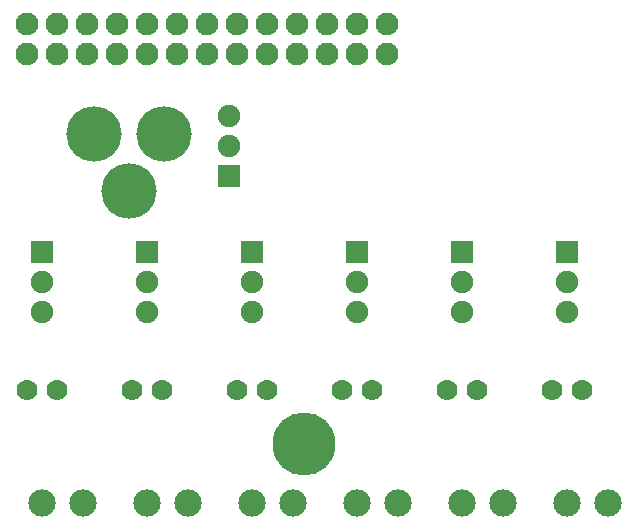
<source format=gbs>
*
*
G04 PADS 9.4.1 Build Number: 494907 generated Gerber (RS-274-X) file*
G04 PC Version=2.1*
*
%IN "PiLightControl.pcb"*%
*
%MOIN*%
*
%FSLAX35Y35*%
*
*
*
*
G04 PC Standard Apertures*
*
*
G04 Thermal Relief Aperture macro.*
%AMTER*
1,1,$1,0,0*
1,0,$1-$2,0,0*
21,0,$3,$4,0,0,45*
21,0,$3,$4,0,0,135*
%
*
*
G04 Annular Aperture macro.*
%AMANN*
1,1,$1,0,0*
1,0,$2,0,0*
%
*
*
G04 Odd Aperture macro.*
%AMODD*
1,1,$1,0,0*
1,0,$1-0.005,0,0*
%
*
*
G04 PC Custom Aperture Macros*
*
*
*
*
*
*
G04 PC Aperture Table*
*
%ADD010C,0.001*%
%ADD027R,0.075X0.075*%
%ADD028C,0.075*%
%ADD029C,0.07*%
%ADD030C,0.185*%
%ADD031C,0.091*%
%ADD032C,0.21*%
%ADD035C,0.076*%
*
*
*
*
G04 PC Circuitry*
G04 Layer Name PiLightControl.pcb - circuitry*
%LPD*%
*
*
G04 PC Custom Flashes*
G04 Layer Name PiLightControl.pcb - flashes*
%LPD*%
*
*
G04 PC Circuitry*
G04 Layer Name PiLightControl.pcb - circuitry*
%LPD*%
*
G54D10*
G54D27*
G01X148000Y235000D03*
X183000D03*
X218000D03*
X253000D03*
X288000D03*
X113000D03*
X175300Y260300D03*
G54D28*
X148000Y225000D03*
Y215000D03*
X183000Y225000D03*
Y215000D03*
X218000Y225000D03*
Y215000D03*
X253000Y225000D03*
Y215000D03*
X288000Y225000D03*
Y215000D03*
X113000Y225000D03*
Y215000D03*
X175300Y270300D03*
Y280300D03*
G54D29*
X153100Y189000D03*
X143100D03*
X188100D03*
X178100D03*
X223100D03*
X213100D03*
X258100D03*
X248100D03*
X293100D03*
X283100D03*
X118100D03*
X108100D03*
G54D30*
X153800Y274100D03*
X130200D03*
X142000Y255200D03*
G54D31*
X148000Y151300D03*
X161800D03*
X183000D03*
X196800D03*
X218000D03*
X231800D03*
X253000D03*
X266800D03*
X288000D03*
X301800D03*
X113000D03*
X126800D03*
G54D32*
X200394Y170866D03*
G54D35*
X107874Y300787D03*
Y310787D03*
X117874Y300787D03*
Y310787D03*
X127874Y300787D03*
Y310787D03*
X137874Y300787D03*
Y310787D03*
X147874Y300787D03*
Y310787D03*
X157874Y300787D03*
Y310787D03*
X167874Y300787D03*
Y310787D03*
X177874Y300787D03*
Y310787D03*
X187874Y300787D03*
Y310787D03*
X197874Y300787D03*
Y310787D03*
X207874Y300787D03*
Y310787D03*
X217874Y300787D03*
Y310787D03*
X227874Y300787D03*
Y310787D03*
X0Y0D02*
M02*

</source>
